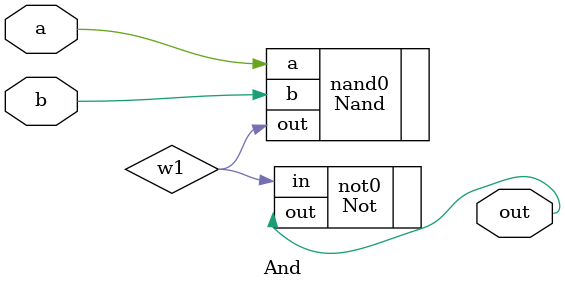
<source format=v>
/**
 * And gate: 
 * out = 1 if (a == 1 and b == 1)
 *       0 otherwise
 */

`default_nettype none
module And(
	input a,
	input b,
	output out
);
	wire w1;
	Nand nand0(.a(a), .b(b), .out(w1));
	Not not0(.in(w1), .out(out));
	// Put your code here:

endmodule

</source>
